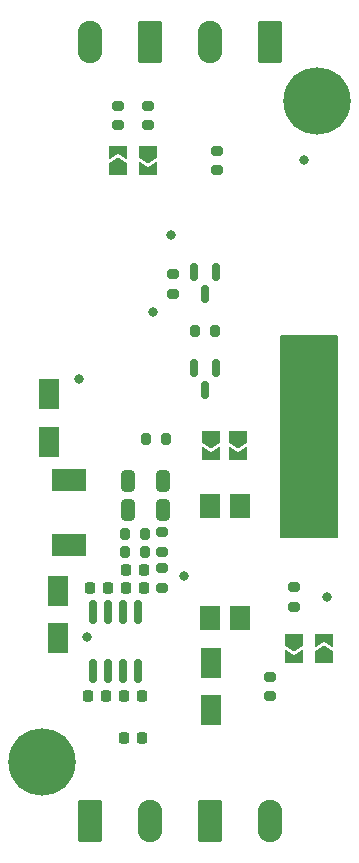
<source format=gts>
%TF.GenerationSoftware,KiCad,Pcbnew,(5.99.0-11096-g937f5138db)*%
%TF.CreationDate,2021-07-05T20:04:54+02:00*%
%TF.ProjectId,LasS0,4c617353-302e-46b6-9963-61645f706362,v0.1*%
%TF.SameCoordinates,Original*%
%TF.FileFunction,Soldermask,Top*%
%TF.FilePolarity,Negative*%
%FSLAX46Y46*%
G04 Gerber Fmt 4.6, Leading zero omitted, Abs format (unit mm)*
G04 Created by KiCad (PCBNEW (5.99.0-11096-g937f5138db)) date 2021-07-05 20:04:54*
%MOMM*%
%LPD*%
G01*
G04 APERTURE LIST*
G04 Aperture macros list*
%AMRoundRect*
0 Rectangle with rounded corners*
0 $1 Rounding radius*
0 $2 $3 $4 $5 $6 $7 $8 $9 X,Y pos of 4 corners*
0 Add a 4 corners polygon primitive as box body*
4,1,4,$2,$3,$4,$5,$6,$7,$8,$9,$2,$3,0*
0 Add four circle primitives for the rounded corners*
1,1,$1+$1,$2,$3*
1,1,$1+$1,$4,$5*
1,1,$1+$1,$6,$7*
1,1,$1+$1,$8,$9*
0 Add four rect primitives between the rounded corners*
20,1,$1+$1,$2,$3,$4,$5,0*
20,1,$1+$1,$4,$5,$6,$7,0*
20,1,$1+$1,$6,$7,$8,$9,0*
20,1,$1+$1,$8,$9,$2,$3,0*%
%AMFreePoly0*
4,1,6,1.000000,0.000000,0.500000,-0.750000,-0.500000,-0.750000,-0.500000,0.750000,0.500000,0.750000,1.000000,0.000000,1.000000,0.000000,$1*%
%AMFreePoly1*
4,1,6,0.500000,-0.750000,-0.650000,-0.750000,-0.150000,0.000000,-0.650000,0.750000,0.500000,0.750000,0.500000,-0.750000,0.500000,-0.750000,$1*%
G04 Aperture macros list end*
%ADD10C,0.150000*%
%ADD11RoundRect,0.200000X-0.275000X0.200000X-0.275000X-0.200000X0.275000X-0.200000X0.275000X0.200000X0*%
%ADD12RoundRect,0.249999X0.790001X1.550001X-0.790001X1.550001X-0.790001X-1.550001X0.790001X-1.550001X0*%
%ADD13O,2.080000X3.600000*%
%ADD14RoundRect,0.200000X0.200000X0.275000X-0.200000X0.275000X-0.200000X-0.275000X0.200000X-0.275000X0*%
%ADD15RoundRect,0.250000X-0.325000X-0.650000X0.325000X-0.650000X0.325000X0.650000X-0.325000X0.650000X0*%
%ADD16RoundRect,0.225000X-0.225000X-0.250000X0.225000X-0.250000X0.225000X0.250000X-0.225000X0.250000X0*%
%ADD17R,1.780000X2.000000*%
%ADD18FreePoly0,270.000000*%
%ADD19FreePoly1,270.000000*%
%ADD20R,1.800000X2.500000*%
%ADD21RoundRect,0.150000X-0.150000X0.587500X-0.150000X-0.587500X0.150000X-0.587500X0.150000X0.587500X0*%
%ADD22RoundRect,0.225000X0.225000X0.250000X-0.225000X0.250000X-0.225000X-0.250000X0.225000X-0.250000X0*%
%ADD23C,5.700000*%
%ADD24RoundRect,0.200000X0.275000X-0.200000X0.275000X0.200000X-0.275000X0.200000X-0.275000X-0.200000X0*%
%ADD25O,1.600000X1.600000*%
%ADD26C,1.600000*%
%ADD27RoundRect,0.225000X0.675000X-0.225000X0.675000X0.225000X-0.675000X0.225000X-0.675000X-0.225000X0*%
%ADD28RoundRect,0.200000X-0.200000X-0.275000X0.200000X-0.275000X0.200000X0.275000X-0.200000X0.275000X0*%
%ADD29RoundRect,0.249999X-0.790001X-1.550001X0.790001X-1.550001X0.790001X1.550001X-0.790001X1.550001X0*%
%ADD30R,3.000000X1.950000*%
%ADD31FreePoly0,90.000000*%
%ADD32FreePoly1,90.000000*%
%ADD33RoundRect,0.150000X0.150000X-0.825000X0.150000X0.825000X-0.150000X0.825000X-0.150000X-0.825000X0*%
%ADD34C,0.800000*%
G04 APERTURE END LIST*
D10*
%TO.C,LOGO1*%
X157071600Y-91922800D02*
X157071600Y-108890000D01*
X157071600Y-108890000D02*
X161796000Y-108890000D01*
X161796000Y-108890000D02*
X161796000Y-91922800D01*
X161796000Y-91922800D02*
X157071600Y-91922800D01*
G36*
X161796000Y-108890000D02*
G01*
X157071600Y-108890000D01*
X157071600Y-91922800D01*
X161796000Y-91922800D01*
X161796000Y-108890000D01*
G37*
X161796000Y-108890000D02*
X157071600Y-108890000D01*
X157071600Y-91922800D01*
X161796000Y-91922800D01*
X161796000Y-108890000D01*
%TD*%
D11*
%TO.C,R5*%
X151640000Y-76215000D03*
X151640000Y-77865000D03*
%TD*%
D12*
%TO.C,J3*%
X145970000Y-66990000D03*
D13*
X140890000Y-66990000D03*
%TD*%
D11*
%TO.C,R6*%
X147889500Y-86666000D03*
X147889500Y-88316000D03*
%TD*%
D14*
%TO.C,R12*%
X151449000Y-91518000D03*
X149799000Y-91518000D03*
%TD*%
D15*
%TO.C,C8*%
X144114000Y-106604000D03*
X147064000Y-106604000D03*
%TD*%
D16*
%TO.C,C3*%
X140877000Y-113208000D03*
X142427000Y-113208000D03*
%TD*%
D17*
%TO.C,U2*%
X153590000Y-106284000D03*
X151050000Y-106284000D03*
X151050000Y-115814000D03*
X153590000Y-115814000D03*
%TD*%
D18*
%TO.C,JP1_I1*%
X153418000Y-100445000D03*
D19*
X153418000Y-101895000D03*
%TD*%
D20*
%TO.C,D1*%
X138223000Y-113494000D03*
X138223000Y-117494000D03*
%TD*%
D16*
%TO.C,C5*%
X143925000Y-113208000D03*
X145475000Y-113208000D03*
%TD*%
D11*
%TO.C,R7*%
X143258000Y-72405000D03*
X143258000Y-74055000D03*
%TD*%
D21*
%TO.C,Q2*%
X151574000Y-94644500D03*
X149674000Y-94644500D03*
X150624000Y-96519500D03*
%TD*%
D11*
%TO.C,R10*%
X158162000Y-113195800D03*
X158162000Y-114845800D03*
%TD*%
%TO.C,R4*%
X146986000Y-108510000D03*
X146986000Y-110160000D03*
%TD*%
D22*
%TO.C,C2*%
X142300000Y-122352000D03*
X140750000Y-122352000D03*
%TD*%
D20*
%TO.C,D3*%
X151177000Y-123590000D03*
X151177000Y-119590000D03*
%TD*%
D18*
%TO.C,JP1_D1*%
X151132000Y-100445000D03*
D19*
X151132000Y-101895000D03*
%TD*%
D23*
%TO.C,H2*%
X136860000Y-127990000D03*
%TD*%
D12*
%TO.C,J4*%
X156130000Y-66990000D03*
D13*
X151050000Y-66990000D03*
%TD*%
D24*
%TO.C,R1*%
X146986000Y-113208000D03*
X146986000Y-111558000D03*
%TD*%
D21*
%TO.C,Q1*%
X151574000Y-86516500D03*
X149674000Y-86516500D03*
X150624000Y-88391500D03*
%TD*%
D14*
%TO.C,R8*%
X147303000Y-100635000D03*
X145653000Y-100635000D03*
%TD*%
D20*
%TO.C,D2*%
X137461000Y-96857000D03*
X137461000Y-100857000D03*
%TD*%
D22*
%TO.C,C1*%
X145348000Y-125908000D03*
X143798000Y-125908000D03*
%TD*%
D25*
%TO.C,LOGO1*%
X158544800Y-96215400D03*
D26*
X158544800Y-103835400D03*
D27*
X158544800Y-100895400D03*
X158544800Y-99155400D03*
%TD*%
D18*
%TO.C,JP2_U2*%
X158162000Y-117613800D03*
D19*
X158162000Y-119063800D03*
%TD*%
D28*
%TO.C,R2*%
X143875000Y-108636000D03*
X145525000Y-108636000D03*
%TD*%
%TO.C,R3*%
X143875000Y-110160000D03*
X145525000Y-110160000D03*
%TD*%
D29*
%TO.C,J1*%
X140890000Y-132990000D03*
D13*
X145970000Y-132990000D03*
%TD*%
D24*
%TO.C,R11*%
X145798000Y-74055000D03*
X145798000Y-72405000D03*
%TD*%
D11*
%TO.C,R9*%
X156130000Y-120765000D03*
X156130000Y-122415000D03*
%TD*%
D16*
%TO.C,C4*%
X143798000Y-122352000D03*
X145348000Y-122352000D03*
%TD*%
D30*
%TO.C,L1*%
X139112000Y-104108000D03*
X139112000Y-109608000D03*
%TD*%
D31*
%TO.C,JP2_U1*%
X143258000Y-77765000D03*
D32*
X143258000Y-76315000D03*
%TD*%
D29*
%TO.C,J2*%
X151050000Y-132990000D03*
D13*
X156130000Y-132990000D03*
%TD*%
D31*
%TO.C,JP2_D2*%
X160702000Y-119063800D03*
D32*
X160702000Y-117613800D03*
%TD*%
D15*
%TO.C,C7*%
X144114000Y-104191000D03*
X147064000Y-104191000D03*
%TD*%
D23*
%TO.C,H1*%
X160160000Y-72000000D03*
%TD*%
D33*
%TO.C,U1*%
X141144000Y-120255000D03*
X142414000Y-120255000D03*
X143684000Y-120255000D03*
X144954000Y-120255000D03*
X144954000Y-115305000D03*
X143684000Y-115305000D03*
X142414000Y-115305000D03*
X141144000Y-115305000D03*
%TD*%
D16*
%TO.C,C6*%
X143925000Y-111684000D03*
X145475000Y-111684000D03*
%TD*%
D18*
%TO.C,JP2_D1*%
X145798000Y-76315000D03*
D19*
X145798000Y-77765000D03*
%TD*%
D34*
X146224000Y-89840000D03*
X160956000Y-113970000D03*
X159006000Y-77040000D03*
X140636000Y-117399000D03*
X147748000Y-83363000D03*
X148891000Y-112192000D03*
X139956000Y-95582000D03*
M02*

</source>
